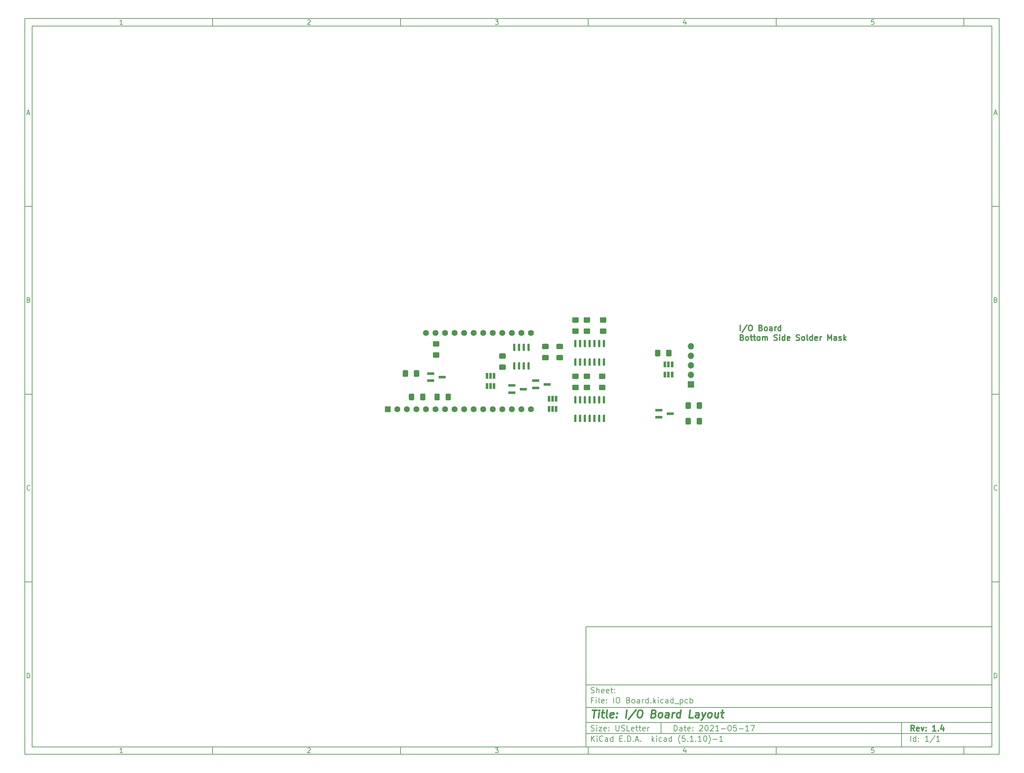
<source format=gbr>
G04 #@! TF.GenerationSoftware,KiCad,Pcbnew,(5.1.10)-1*
G04 #@! TF.CreationDate,2021-05-21T10:06:19-04:00*
G04 #@! TF.ProjectId,IO Board,494f2042-6f61-4726-942e-6b696361645f,1.4*
G04 #@! TF.SameCoordinates,Original*
G04 #@! TF.FileFunction,Soldermask,Bot*
G04 #@! TF.FilePolarity,Negative*
%FSLAX46Y46*%
G04 Gerber Fmt 4.6, Leading zero omitted, Abs format (unit mm)*
G04 Created by KiCad (PCBNEW (5.1.10)-1) date 2021-05-21 10:06:19*
%MOMM*%
%LPD*%
G01*
G04 APERTURE LIST*
%ADD10C,0.100000*%
%ADD11C,0.150000*%
%ADD12C,0.300000*%
%ADD13C,0.400000*%
%ADD14C,1.600000*%
%ADD15R,1.600000X1.600000*%
%ADD16R,1.900000X0.800000*%
%ADD17R,0.650000X1.560000*%
%ADD18R,1.700000X1.700000*%
%ADD19O,1.700000X1.700000*%
G04 APERTURE END LIST*
D10*
D11*
X159400000Y-171900000D02*
X159400000Y-203900000D01*
X267400000Y-203900000D01*
X267400000Y-171900000D01*
X159400000Y-171900000D01*
D10*
D11*
X10000000Y-10000000D02*
X10000000Y-205900000D01*
X269400000Y-205900000D01*
X269400000Y-10000000D01*
X10000000Y-10000000D01*
D10*
D11*
X12000000Y-12000000D02*
X12000000Y-203900000D01*
X267400000Y-203900000D01*
X267400000Y-12000000D01*
X12000000Y-12000000D01*
D10*
D11*
X60000000Y-12000000D02*
X60000000Y-10000000D01*
D10*
D11*
X110000000Y-12000000D02*
X110000000Y-10000000D01*
D10*
D11*
X160000000Y-12000000D02*
X160000000Y-10000000D01*
D10*
D11*
X210000000Y-12000000D02*
X210000000Y-10000000D01*
D10*
D11*
X260000000Y-12000000D02*
X260000000Y-10000000D01*
D10*
D11*
X36065476Y-11588095D02*
X35322619Y-11588095D01*
X35694047Y-11588095D02*
X35694047Y-10288095D01*
X35570238Y-10473809D01*
X35446428Y-10597619D01*
X35322619Y-10659523D01*
D10*
D11*
X85322619Y-10411904D02*
X85384523Y-10350000D01*
X85508333Y-10288095D01*
X85817857Y-10288095D01*
X85941666Y-10350000D01*
X86003571Y-10411904D01*
X86065476Y-10535714D01*
X86065476Y-10659523D01*
X86003571Y-10845238D01*
X85260714Y-11588095D01*
X86065476Y-11588095D01*
D10*
D11*
X135260714Y-10288095D02*
X136065476Y-10288095D01*
X135632142Y-10783333D01*
X135817857Y-10783333D01*
X135941666Y-10845238D01*
X136003571Y-10907142D01*
X136065476Y-11030952D01*
X136065476Y-11340476D01*
X136003571Y-11464285D01*
X135941666Y-11526190D01*
X135817857Y-11588095D01*
X135446428Y-11588095D01*
X135322619Y-11526190D01*
X135260714Y-11464285D01*
D10*
D11*
X185941666Y-10721428D02*
X185941666Y-11588095D01*
X185632142Y-10226190D02*
X185322619Y-11154761D01*
X186127380Y-11154761D01*
D10*
D11*
X236003571Y-10288095D02*
X235384523Y-10288095D01*
X235322619Y-10907142D01*
X235384523Y-10845238D01*
X235508333Y-10783333D01*
X235817857Y-10783333D01*
X235941666Y-10845238D01*
X236003571Y-10907142D01*
X236065476Y-11030952D01*
X236065476Y-11340476D01*
X236003571Y-11464285D01*
X235941666Y-11526190D01*
X235817857Y-11588095D01*
X235508333Y-11588095D01*
X235384523Y-11526190D01*
X235322619Y-11464285D01*
D10*
D11*
X60000000Y-203900000D02*
X60000000Y-205900000D01*
D10*
D11*
X110000000Y-203900000D02*
X110000000Y-205900000D01*
D10*
D11*
X160000000Y-203900000D02*
X160000000Y-205900000D01*
D10*
D11*
X210000000Y-203900000D02*
X210000000Y-205900000D01*
D10*
D11*
X260000000Y-203900000D02*
X260000000Y-205900000D01*
D10*
D11*
X36065476Y-205488095D02*
X35322619Y-205488095D01*
X35694047Y-205488095D02*
X35694047Y-204188095D01*
X35570238Y-204373809D01*
X35446428Y-204497619D01*
X35322619Y-204559523D01*
D10*
D11*
X85322619Y-204311904D02*
X85384523Y-204250000D01*
X85508333Y-204188095D01*
X85817857Y-204188095D01*
X85941666Y-204250000D01*
X86003571Y-204311904D01*
X86065476Y-204435714D01*
X86065476Y-204559523D01*
X86003571Y-204745238D01*
X85260714Y-205488095D01*
X86065476Y-205488095D01*
D10*
D11*
X135260714Y-204188095D02*
X136065476Y-204188095D01*
X135632142Y-204683333D01*
X135817857Y-204683333D01*
X135941666Y-204745238D01*
X136003571Y-204807142D01*
X136065476Y-204930952D01*
X136065476Y-205240476D01*
X136003571Y-205364285D01*
X135941666Y-205426190D01*
X135817857Y-205488095D01*
X135446428Y-205488095D01*
X135322619Y-205426190D01*
X135260714Y-205364285D01*
D10*
D11*
X185941666Y-204621428D02*
X185941666Y-205488095D01*
X185632142Y-204126190D02*
X185322619Y-205054761D01*
X186127380Y-205054761D01*
D10*
D11*
X236003571Y-204188095D02*
X235384523Y-204188095D01*
X235322619Y-204807142D01*
X235384523Y-204745238D01*
X235508333Y-204683333D01*
X235817857Y-204683333D01*
X235941666Y-204745238D01*
X236003571Y-204807142D01*
X236065476Y-204930952D01*
X236065476Y-205240476D01*
X236003571Y-205364285D01*
X235941666Y-205426190D01*
X235817857Y-205488095D01*
X235508333Y-205488095D01*
X235384523Y-205426190D01*
X235322619Y-205364285D01*
D10*
D11*
X10000000Y-60000000D02*
X12000000Y-60000000D01*
D10*
D11*
X10000000Y-110000000D02*
X12000000Y-110000000D01*
D10*
D11*
X10000000Y-160000000D02*
X12000000Y-160000000D01*
D10*
D11*
X10690476Y-35216666D02*
X11309523Y-35216666D01*
X10566666Y-35588095D02*
X11000000Y-34288095D01*
X11433333Y-35588095D01*
D10*
D11*
X11092857Y-84907142D02*
X11278571Y-84969047D01*
X11340476Y-85030952D01*
X11402380Y-85154761D01*
X11402380Y-85340476D01*
X11340476Y-85464285D01*
X11278571Y-85526190D01*
X11154761Y-85588095D01*
X10659523Y-85588095D01*
X10659523Y-84288095D01*
X11092857Y-84288095D01*
X11216666Y-84350000D01*
X11278571Y-84411904D01*
X11340476Y-84535714D01*
X11340476Y-84659523D01*
X11278571Y-84783333D01*
X11216666Y-84845238D01*
X11092857Y-84907142D01*
X10659523Y-84907142D01*
D10*
D11*
X11402380Y-135464285D02*
X11340476Y-135526190D01*
X11154761Y-135588095D01*
X11030952Y-135588095D01*
X10845238Y-135526190D01*
X10721428Y-135402380D01*
X10659523Y-135278571D01*
X10597619Y-135030952D01*
X10597619Y-134845238D01*
X10659523Y-134597619D01*
X10721428Y-134473809D01*
X10845238Y-134350000D01*
X11030952Y-134288095D01*
X11154761Y-134288095D01*
X11340476Y-134350000D01*
X11402380Y-134411904D01*
D10*
D11*
X10659523Y-185588095D02*
X10659523Y-184288095D01*
X10969047Y-184288095D01*
X11154761Y-184350000D01*
X11278571Y-184473809D01*
X11340476Y-184597619D01*
X11402380Y-184845238D01*
X11402380Y-185030952D01*
X11340476Y-185278571D01*
X11278571Y-185402380D01*
X11154761Y-185526190D01*
X10969047Y-185588095D01*
X10659523Y-185588095D01*
D10*
D11*
X269400000Y-60000000D02*
X267400000Y-60000000D01*
D10*
D11*
X269400000Y-110000000D02*
X267400000Y-110000000D01*
D10*
D11*
X269400000Y-160000000D02*
X267400000Y-160000000D01*
D10*
D11*
X268090476Y-35216666D02*
X268709523Y-35216666D01*
X267966666Y-35588095D02*
X268400000Y-34288095D01*
X268833333Y-35588095D01*
D10*
D11*
X268492857Y-84907142D02*
X268678571Y-84969047D01*
X268740476Y-85030952D01*
X268802380Y-85154761D01*
X268802380Y-85340476D01*
X268740476Y-85464285D01*
X268678571Y-85526190D01*
X268554761Y-85588095D01*
X268059523Y-85588095D01*
X268059523Y-84288095D01*
X268492857Y-84288095D01*
X268616666Y-84350000D01*
X268678571Y-84411904D01*
X268740476Y-84535714D01*
X268740476Y-84659523D01*
X268678571Y-84783333D01*
X268616666Y-84845238D01*
X268492857Y-84907142D01*
X268059523Y-84907142D01*
D10*
D11*
X268802380Y-135464285D02*
X268740476Y-135526190D01*
X268554761Y-135588095D01*
X268430952Y-135588095D01*
X268245238Y-135526190D01*
X268121428Y-135402380D01*
X268059523Y-135278571D01*
X267997619Y-135030952D01*
X267997619Y-134845238D01*
X268059523Y-134597619D01*
X268121428Y-134473809D01*
X268245238Y-134350000D01*
X268430952Y-134288095D01*
X268554761Y-134288095D01*
X268740476Y-134350000D01*
X268802380Y-134411904D01*
D10*
D11*
X268059523Y-185588095D02*
X268059523Y-184288095D01*
X268369047Y-184288095D01*
X268554761Y-184350000D01*
X268678571Y-184473809D01*
X268740476Y-184597619D01*
X268802380Y-184845238D01*
X268802380Y-185030952D01*
X268740476Y-185278571D01*
X268678571Y-185402380D01*
X268554761Y-185526190D01*
X268369047Y-185588095D01*
X268059523Y-185588095D01*
D10*
D11*
X182832142Y-199678571D02*
X182832142Y-198178571D01*
X183189285Y-198178571D01*
X183403571Y-198250000D01*
X183546428Y-198392857D01*
X183617857Y-198535714D01*
X183689285Y-198821428D01*
X183689285Y-199035714D01*
X183617857Y-199321428D01*
X183546428Y-199464285D01*
X183403571Y-199607142D01*
X183189285Y-199678571D01*
X182832142Y-199678571D01*
X184975000Y-199678571D02*
X184975000Y-198892857D01*
X184903571Y-198750000D01*
X184760714Y-198678571D01*
X184475000Y-198678571D01*
X184332142Y-198750000D01*
X184975000Y-199607142D02*
X184832142Y-199678571D01*
X184475000Y-199678571D01*
X184332142Y-199607142D01*
X184260714Y-199464285D01*
X184260714Y-199321428D01*
X184332142Y-199178571D01*
X184475000Y-199107142D01*
X184832142Y-199107142D01*
X184975000Y-199035714D01*
X185475000Y-198678571D02*
X186046428Y-198678571D01*
X185689285Y-198178571D02*
X185689285Y-199464285D01*
X185760714Y-199607142D01*
X185903571Y-199678571D01*
X186046428Y-199678571D01*
X187117857Y-199607142D02*
X186975000Y-199678571D01*
X186689285Y-199678571D01*
X186546428Y-199607142D01*
X186475000Y-199464285D01*
X186475000Y-198892857D01*
X186546428Y-198750000D01*
X186689285Y-198678571D01*
X186975000Y-198678571D01*
X187117857Y-198750000D01*
X187189285Y-198892857D01*
X187189285Y-199035714D01*
X186475000Y-199178571D01*
X187832142Y-199535714D02*
X187903571Y-199607142D01*
X187832142Y-199678571D01*
X187760714Y-199607142D01*
X187832142Y-199535714D01*
X187832142Y-199678571D01*
X187832142Y-198750000D02*
X187903571Y-198821428D01*
X187832142Y-198892857D01*
X187760714Y-198821428D01*
X187832142Y-198750000D01*
X187832142Y-198892857D01*
X189617857Y-198321428D02*
X189689285Y-198250000D01*
X189832142Y-198178571D01*
X190189285Y-198178571D01*
X190332142Y-198250000D01*
X190403571Y-198321428D01*
X190475000Y-198464285D01*
X190475000Y-198607142D01*
X190403571Y-198821428D01*
X189546428Y-199678571D01*
X190475000Y-199678571D01*
X191403571Y-198178571D02*
X191546428Y-198178571D01*
X191689285Y-198250000D01*
X191760714Y-198321428D01*
X191832142Y-198464285D01*
X191903571Y-198750000D01*
X191903571Y-199107142D01*
X191832142Y-199392857D01*
X191760714Y-199535714D01*
X191689285Y-199607142D01*
X191546428Y-199678571D01*
X191403571Y-199678571D01*
X191260714Y-199607142D01*
X191189285Y-199535714D01*
X191117857Y-199392857D01*
X191046428Y-199107142D01*
X191046428Y-198750000D01*
X191117857Y-198464285D01*
X191189285Y-198321428D01*
X191260714Y-198250000D01*
X191403571Y-198178571D01*
X192475000Y-198321428D02*
X192546428Y-198250000D01*
X192689285Y-198178571D01*
X193046428Y-198178571D01*
X193189285Y-198250000D01*
X193260714Y-198321428D01*
X193332142Y-198464285D01*
X193332142Y-198607142D01*
X193260714Y-198821428D01*
X192403571Y-199678571D01*
X193332142Y-199678571D01*
X194760714Y-199678571D02*
X193903571Y-199678571D01*
X194332142Y-199678571D02*
X194332142Y-198178571D01*
X194189285Y-198392857D01*
X194046428Y-198535714D01*
X193903571Y-198607142D01*
X195403571Y-199107142D02*
X196546428Y-199107142D01*
X197546428Y-198178571D02*
X197689285Y-198178571D01*
X197832142Y-198250000D01*
X197903571Y-198321428D01*
X197975000Y-198464285D01*
X198046428Y-198750000D01*
X198046428Y-199107142D01*
X197975000Y-199392857D01*
X197903571Y-199535714D01*
X197832142Y-199607142D01*
X197689285Y-199678571D01*
X197546428Y-199678571D01*
X197403571Y-199607142D01*
X197332142Y-199535714D01*
X197260714Y-199392857D01*
X197189285Y-199107142D01*
X197189285Y-198750000D01*
X197260714Y-198464285D01*
X197332142Y-198321428D01*
X197403571Y-198250000D01*
X197546428Y-198178571D01*
X199403571Y-198178571D02*
X198689285Y-198178571D01*
X198617857Y-198892857D01*
X198689285Y-198821428D01*
X198832142Y-198750000D01*
X199189285Y-198750000D01*
X199332142Y-198821428D01*
X199403571Y-198892857D01*
X199475000Y-199035714D01*
X199475000Y-199392857D01*
X199403571Y-199535714D01*
X199332142Y-199607142D01*
X199189285Y-199678571D01*
X198832142Y-199678571D01*
X198689285Y-199607142D01*
X198617857Y-199535714D01*
X200117857Y-199107142D02*
X201260714Y-199107142D01*
X202760714Y-199678571D02*
X201903571Y-199678571D01*
X202332142Y-199678571D02*
X202332142Y-198178571D01*
X202189285Y-198392857D01*
X202046428Y-198535714D01*
X201903571Y-198607142D01*
X203260714Y-198178571D02*
X204260714Y-198178571D01*
X203617857Y-199678571D01*
D10*
D11*
X159400000Y-200400000D02*
X267400000Y-200400000D01*
D10*
D11*
X160832142Y-202478571D02*
X160832142Y-200978571D01*
X161689285Y-202478571D02*
X161046428Y-201621428D01*
X161689285Y-200978571D02*
X160832142Y-201835714D01*
X162332142Y-202478571D02*
X162332142Y-201478571D01*
X162332142Y-200978571D02*
X162260714Y-201050000D01*
X162332142Y-201121428D01*
X162403571Y-201050000D01*
X162332142Y-200978571D01*
X162332142Y-201121428D01*
X163903571Y-202335714D02*
X163832142Y-202407142D01*
X163617857Y-202478571D01*
X163475000Y-202478571D01*
X163260714Y-202407142D01*
X163117857Y-202264285D01*
X163046428Y-202121428D01*
X162975000Y-201835714D01*
X162975000Y-201621428D01*
X163046428Y-201335714D01*
X163117857Y-201192857D01*
X163260714Y-201050000D01*
X163475000Y-200978571D01*
X163617857Y-200978571D01*
X163832142Y-201050000D01*
X163903571Y-201121428D01*
X165189285Y-202478571D02*
X165189285Y-201692857D01*
X165117857Y-201550000D01*
X164975000Y-201478571D01*
X164689285Y-201478571D01*
X164546428Y-201550000D01*
X165189285Y-202407142D02*
X165046428Y-202478571D01*
X164689285Y-202478571D01*
X164546428Y-202407142D01*
X164475000Y-202264285D01*
X164475000Y-202121428D01*
X164546428Y-201978571D01*
X164689285Y-201907142D01*
X165046428Y-201907142D01*
X165189285Y-201835714D01*
X166546428Y-202478571D02*
X166546428Y-200978571D01*
X166546428Y-202407142D02*
X166403571Y-202478571D01*
X166117857Y-202478571D01*
X165975000Y-202407142D01*
X165903571Y-202335714D01*
X165832142Y-202192857D01*
X165832142Y-201764285D01*
X165903571Y-201621428D01*
X165975000Y-201550000D01*
X166117857Y-201478571D01*
X166403571Y-201478571D01*
X166546428Y-201550000D01*
X168403571Y-201692857D02*
X168903571Y-201692857D01*
X169117857Y-202478571D02*
X168403571Y-202478571D01*
X168403571Y-200978571D01*
X169117857Y-200978571D01*
X169760714Y-202335714D02*
X169832142Y-202407142D01*
X169760714Y-202478571D01*
X169689285Y-202407142D01*
X169760714Y-202335714D01*
X169760714Y-202478571D01*
X170475000Y-202478571D02*
X170475000Y-200978571D01*
X170832142Y-200978571D01*
X171046428Y-201050000D01*
X171189285Y-201192857D01*
X171260714Y-201335714D01*
X171332142Y-201621428D01*
X171332142Y-201835714D01*
X171260714Y-202121428D01*
X171189285Y-202264285D01*
X171046428Y-202407142D01*
X170832142Y-202478571D01*
X170475000Y-202478571D01*
X171975000Y-202335714D02*
X172046428Y-202407142D01*
X171975000Y-202478571D01*
X171903571Y-202407142D01*
X171975000Y-202335714D01*
X171975000Y-202478571D01*
X172617857Y-202050000D02*
X173332142Y-202050000D01*
X172475000Y-202478571D02*
X172975000Y-200978571D01*
X173475000Y-202478571D01*
X173975000Y-202335714D02*
X174046428Y-202407142D01*
X173975000Y-202478571D01*
X173903571Y-202407142D01*
X173975000Y-202335714D01*
X173975000Y-202478571D01*
X176975000Y-202478571D02*
X176975000Y-200978571D01*
X177117857Y-201907142D02*
X177546428Y-202478571D01*
X177546428Y-201478571D02*
X176975000Y-202050000D01*
X178189285Y-202478571D02*
X178189285Y-201478571D01*
X178189285Y-200978571D02*
X178117857Y-201050000D01*
X178189285Y-201121428D01*
X178260714Y-201050000D01*
X178189285Y-200978571D01*
X178189285Y-201121428D01*
X179546428Y-202407142D02*
X179403571Y-202478571D01*
X179117857Y-202478571D01*
X178975000Y-202407142D01*
X178903571Y-202335714D01*
X178832142Y-202192857D01*
X178832142Y-201764285D01*
X178903571Y-201621428D01*
X178975000Y-201550000D01*
X179117857Y-201478571D01*
X179403571Y-201478571D01*
X179546428Y-201550000D01*
X180832142Y-202478571D02*
X180832142Y-201692857D01*
X180760714Y-201550000D01*
X180617857Y-201478571D01*
X180332142Y-201478571D01*
X180189285Y-201550000D01*
X180832142Y-202407142D02*
X180689285Y-202478571D01*
X180332142Y-202478571D01*
X180189285Y-202407142D01*
X180117857Y-202264285D01*
X180117857Y-202121428D01*
X180189285Y-201978571D01*
X180332142Y-201907142D01*
X180689285Y-201907142D01*
X180832142Y-201835714D01*
X182189285Y-202478571D02*
X182189285Y-200978571D01*
X182189285Y-202407142D02*
X182046428Y-202478571D01*
X181760714Y-202478571D01*
X181617857Y-202407142D01*
X181546428Y-202335714D01*
X181475000Y-202192857D01*
X181475000Y-201764285D01*
X181546428Y-201621428D01*
X181617857Y-201550000D01*
X181760714Y-201478571D01*
X182046428Y-201478571D01*
X182189285Y-201550000D01*
X184475000Y-203050000D02*
X184403571Y-202978571D01*
X184260714Y-202764285D01*
X184189285Y-202621428D01*
X184117857Y-202407142D01*
X184046428Y-202050000D01*
X184046428Y-201764285D01*
X184117857Y-201407142D01*
X184189285Y-201192857D01*
X184260714Y-201050000D01*
X184403571Y-200835714D01*
X184475000Y-200764285D01*
X185760714Y-200978571D02*
X185046428Y-200978571D01*
X184975000Y-201692857D01*
X185046428Y-201621428D01*
X185189285Y-201550000D01*
X185546428Y-201550000D01*
X185689285Y-201621428D01*
X185760714Y-201692857D01*
X185832142Y-201835714D01*
X185832142Y-202192857D01*
X185760714Y-202335714D01*
X185689285Y-202407142D01*
X185546428Y-202478571D01*
X185189285Y-202478571D01*
X185046428Y-202407142D01*
X184975000Y-202335714D01*
X186475000Y-202335714D02*
X186546428Y-202407142D01*
X186475000Y-202478571D01*
X186403571Y-202407142D01*
X186475000Y-202335714D01*
X186475000Y-202478571D01*
X187975000Y-202478571D02*
X187117857Y-202478571D01*
X187546428Y-202478571D02*
X187546428Y-200978571D01*
X187403571Y-201192857D01*
X187260714Y-201335714D01*
X187117857Y-201407142D01*
X188617857Y-202335714D02*
X188689285Y-202407142D01*
X188617857Y-202478571D01*
X188546428Y-202407142D01*
X188617857Y-202335714D01*
X188617857Y-202478571D01*
X190117857Y-202478571D02*
X189260714Y-202478571D01*
X189689285Y-202478571D02*
X189689285Y-200978571D01*
X189546428Y-201192857D01*
X189403571Y-201335714D01*
X189260714Y-201407142D01*
X191046428Y-200978571D02*
X191189285Y-200978571D01*
X191332142Y-201050000D01*
X191403571Y-201121428D01*
X191475000Y-201264285D01*
X191546428Y-201550000D01*
X191546428Y-201907142D01*
X191475000Y-202192857D01*
X191403571Y-202335714D01*
X191332142Y-202407142D01*
X191189285Y-202478571D01*
X191046428Y-202478571D01*
X190903571Y-202407142D01*
X190832142Y-202335714D01*
X190760714Y-202192857D01*
X190689285Y-201907142D01*
X190689285Y-201550000D01*
X190760714Y-201264285D01*
X190832142Y-201121428D01*
X190903571Y-201050000D01*
X191046428Y-200978571D01*
X192046428Y-203050000D02*
X192117857Y-202978571D01*
X192260714Y-202764285D01*
X192332142Y-202621428D01*
X192403571Y-202407142D01*
X192475000Y-202050000D01*
X192475000Y-201764285D01*
X192403571Y-201407142D01*
X192332142Y-201192857D01*
X192260714Y-201050000D01*
X192117857Y-200835714D01*
X192046428Y-200764285D01*
X193189285Y-201907142D02*
X194332142Y-201907142D01*
X195832142Y-202478571D02*
X194975000Y-202478571D01*
X195403571Y-202478571D02*
X195403571Y-200978571D01*
X195260714Y-201192857D01*
X195117857Y-201335714D01*
X194975000Y-201407142D01*
D10*
D11*
X159400000Y-197400000D02*
X267400000Y-197400000D01*
D10*
D12*
X246809285Y-199678571D02*
X246309285Y-198964285D01*
X245952142Y-199678571D02*
X245952142Y-198178571D01*
X246523571Y-198178571D01*
X246666428Y-198250000D01*
X246737857Y-198321428D01*
X246809285Y-198464285D01*
X246809285Y-198678571D01*
X246737857Y-198821428D01*
X246666428Y-198892857D01*
X246523571Y-198964285D01*
X245952142Y-198964285D01*
X248023571Y-199607142D02*
X247880714Y-199678571D01*
X247595000Y-199678571D01*
X247452142Y-199607142D01*
X247380714Y-199464285D01*
X247380714Y-198892857D01*
X247452142Y-198750000D01*
X247595000Y-198678571D01*
X247880714Y-198678571D01*
X248023571Y-198750000D01*
X248095000Y-198892857D01*
X248095000Y-199035714D01*
X247380714Y-199178571D01*
X248595000Y-198678571D02*
X248952142Y-199678571D01*
X249309285Y-198678571D01*
X249880714Y-199535714D02*
X249952142Y-199607142D01*
X249880714Y-199678571D01*
X249809285Y-199607142D01*
X249880714Y-199535714D01*
X249880714Y-199678571D01*
X249880714Y-198750000D02*
X249952142Y-198821428D01*
X249880714Y-198892857D01*
X249809285Y-198821428D01*
X249880714Y-198750000D01*
X249880714Y-198892857D01*
X252523571Y-199678571D02*
X251666428Y-199678571D01*
X252095000Y-199678571D02*
X252095000Y-198178571D01*
X251952142Y-198392857D01*
X251809285Y-198535714D01*
X251666428Y-198607142D01*
X253166428Y-199535714D02*
X253237857Y-199607142D01*
X253166428Y-199678571D01*
X253095000Y-199607142D01*
X253166428Y-199535714D01*
X253166428Y-199678571D01*
X254523571Y-198678571D02*
X254523571Y-199678571D01*
X254166428Y-198107142D02*
X253809285Y-199178571D01*
X254737857Y-199178571D01*
D10*
D11*
X160760714Y-199607142D02*
X160975000Y-199678571D01*
X161332142Y-199678571D01*
X161475000Y-199607142D01*
X161546428Y-199535714D01*
X161617857Y-199392857D01*
X161617857Y-199250000D01*
X161546428Y-199107142D01*
X161475000Y-199035714D01*
X161332142Y-198964285D01*
X161046428Y-198892857D01*
X160903571Y-198821428D01*
X160832142Y-198750000D01*
X160760714Y-198607142D01*
X160760714Y-198464285D01*
X160832142Y-198321428D01*
X160903571Y-198250000D01*
X161046428Y-198178571D01*
X161403571Y-198178571D01*
X161617857Y-198250000D01*
X162260714Y-199678571D02*
X162260714Y-198678571D01*
X162260714Y-198178571D02*
X162189285Y-198250000D01*
X162260714Y-198321428D01*
X162332142Y-198250000D01*
X162260714Y-198178571D01*
X162260714Y-198321428D01*
X162832142Y-198678571D02*
X163617857Y-198678571D01*
X162832142Y-199678571D01*
X163617857Y-199678571D01*
X164760714Y-199607142D02*
X164617857Y-199678571D01*
X164332142Y-199678571D01*
X164189285Y-199607142D01*
X164117857Y-199464285D01*
X164117857Y-198892857D01*
X164189285Y-198750000D01*
X164332142Y-198678571D01*
X164617857Y-198678571D01*
X164760714Y-198750000D01*
X164832142Y-198892857D01*
X164832142Y-199035714D01*
X164117857Y-199178571D01*
X165475000Y-199535714D02*
X165546428Y-199607142D01*
X165475000Y-199678571D01*
X165403571Y-199607142D01*
X165475000Y-199535714D01*
X165475000Y-199678571D01*
X165475000Y-198750000D02*
X165546428Y-198821428D01*
X165475000Y-198892857D01*
X165403571Y-198821428D01*
X165475000Y-198750000D01*
X165475000Y-198892857D01*
X167332142Y-198178571D02*
X167332142Y-199392857D01*
X167403571Y-199535714D01*
X167475000Y-199607142D01*
X167617857Y-199678571D01*
X167903571Y-199678571D01*
X168046428Y-199607142D01*
X168117857Y-199535714D01*
X168189285Y-199392857D01*
X168189285Y-198178571D01*
X168832142Y-199607142D02*
X169046428Y-199678571D01*
X169403571Y-199678571D01*
X169546428Y-199607142D01*
X169617857Y-199535714D01*
X169689285Y-199392857D01*
X169689285Y-199250000D01*
X169617857Y-199107142D01*
X169546428Y-199035714D01*
X169403571Y-198964285D01*
X169117857Y-198892857D01*
X168975000Y-198821428D01*
X168903571Y-198750000D01*
X168832142Y-198607142D01*
X168832142Y-198464285D01*
X168903571Y-198321428D01*
X168975000Y-198250000D01*
X169117857Y-198178571D01*
X169475000Y-198178571D01*
X169689285Y-198250000D01*
X171046428Y-199678571D02*
X170332142Y-199678571D01*
X170332142Y-198178571D01*
X172117857Y-199607142D02*
X171975000Y-199678571D01*
X171689285Y-199678571D01*
X171546428Y-199607142D01*
X171475000Y-199464285D01*
X171475000Y-198892857D01*
X171546428Y-198750000D01*
X171689285Y-198678571D01*
X171975000Y-198678571D01*
X172117857Y-198750000D01*
X172189285Y-198892857D01*
X172189285Y-199035714D01*
X171475000Y-199178571D01*
X172617857Y-198678571D02*
X173189285Y-198678571D01*
X172832142Y-198178571D02*
X172832142Y-199464285D01*
X172903571Y-199607142D01*
X173046428Y-199678571D01*
X173189285Y-199678571D01*
X173475000Y-198678571D02*
X174046428Y-198678571D01*
X173689285Y-198178571D02*
X173689285Y-199464285D01*
X173760714Y-199607142D01*
X173903571Y-199678571D01*
X174046428Y-199678571D01*
X175117857Y-199607142D02*
X174975000Y-199678571D01*
X174689285Y-199678571D01*
X174546428Y-199607142D01*
X174475000Y-199464285D01*
X174475000Y-198892857D01*
X174546428Y-198750000D01*
X174689285Y-198678571D01*
X174975000Y-198678571D01*
X175117857Y-198750000D01*
X175189285Y-198892857D01*
X175189285Y-199035714D01*
X174475000Y-199178571D01*
X175832142Y-199678571D02*
X175832142Y-198678571D01*
X175832142Y-198964285D02*
X175903571Y-198821428D01*
X175975000Y-198750000D01*
X176117857Y-198678571D01*
X176260714Y-198678571D01*
D10*
D11*
X245832142Y-202478571D02*
X245832142Y-200978571D01*
X247189285Y-202478571D02*
X247189285Y-200978571D01*
X247189285Y-202407142D02*
X247046428Y-202478571D01*
X246760714Y-202478571D01*
X246617857Y-202407142D01*
X246546428Y-202335714D01*
X246475000Y-202192857D01*
X246475000Y-201764285D01*
X246546428Y-201621428D01*
X246617857Y-201550000D01*
X246760714Y-201478571D01*
X247046428Y-201478571D01*
X247189285Y-201550000D01*
X247903571Y-202335714D02*
X247975000Y-202407142D01*
X247903571Y-202478571D01*
X247832142Y-202407142D01*
X247903571Y-202335714D01*
X247903571Y-202478571D01*
X247903571Y-201550000D02*
X247975000Y-201621428D01*
X247903571Y-201692857D01*
X247832142Y-201621428D01*
X247903571Y-201550000D01*
X247903571Y-201692857D01*
X250546428Y-202478571D02*
X249689285Y-202478571D01*
X250117857Y-202478571D02*
X250117857Y-200978571D01*
X249975000Y-201192857D01*
X249832142Y-201335714D01*
X249689285Y-201407142D01*
X252260714Y-200907142D02*
X250975000Y-202835714D01*
X253546428Y-202478571D02*
X252689285Y-202478571D01*
X253117857Y-202478571D02*
X253117857Y-200978571D01*
X252975000Y-201192857D01*
X252832142Y-201335714D01*
X252689285Y-201407142D01*
D10*
D11*
X159400000Y-193400000D02*
X267400000Y-193400000D01*
D10*
D13*
X161112380Y-194104761D02*
X162255238Y-194104761D01*
X161433809Y-196104761D02*
X161683809Y-194104761D01*
X162671904Y-196104761D02*
X162838571Y-194771428D01*
X162921904Y-194104761D02*
X162814761Y-194200000D01*
X162898095Y-194295238D01*
X163005238Y-194200000D01*
X162921904Y-194104761D01*
X162898095Y-194295238D01*
X163505238Y-194771428D02*
X164267142Y-194771428D01*
X163874285Y-194104761D02*
X163660000Y-195819047D01*
X163731428Y-196009523D01*
X163910000Y-196104761D01*
X164100476Y-196104761D01*
X165052857Y-196104761D02*
X164874285Y-196009523D01*
X164802857Y-195819047D01*
X165017142Y-194104761D01*
X166588571Y-196009523D02*
X166386190Y-196104761D01*
X166005238Y-196104761D01*
X165826666Y-196009523D01*
X165755238Y-195819047D01*
X165850476Y-195057142D01*
X165969523Y-194866666D01*
X166171904Y-194771428D01*
X166552857Y-194771428D01*
X166731428Y-194866666D01*
X166802857Y-195057142D01*
X166779047Y-195247619D01*
X165802857Y-195438095D01*
X167552857Y-195914285D02*
X167636190Y-196009523D01*
X167529047Y-196104761D01*
X167445714Y-196009523D01*
X167552857Y-195914285D01*
X167529047Y-196104761D01*
X167683809Y-194866666D02*
X167767142Y-194961904D01*
X167660000Y-195057142D01*
X167576666Y-194961904D01*
X167683809Y-194866666D01*
X167660000Y-195057142D01*
X170005238Y-196104761D02*
X170255238Y-194104761D01*
X172648095Y-194009523D02*
X170612380Y-196580952D01*
X173683809Y-194104761D02*
X174064761Y-194104761D01*
X174243333Y-194200000D01*
X174410000Y-194390476D01*
X174457619Y-194771428D01*
X174374285Y-195438095D01*
X174231428Y-195819047D01*
X174017142Y-196009523D01*
X173814761Y-196104761D01*
X173433809Y-196104761D01*
X173255238Y-196009523D01*
X173088571Y-195819047D01*
X173040952Y-195438095D01*
X173124285Y-194771428D01*
X173267142Y-194390476D01*
X173481428Y-194200000D01*
X173683809Y-194104761D01*
X177469523Y-195057142D02*
X177743333Y-195152380D01*
X177826666Y-195247619D01*
X177898095Y-195438095D01*
X177862380Y-195723809D01*
X177743333Y-195914285D01*
X177636190Y-196009523D01*
X177433809Y-196104761D01*
X176671904Y-196104761D01*
X176921904Y-194104761D01*
X177588571Y-194104761D01*
X177767142Y-194200000D01*
X177850476Y-194295238D01*
X177921904Y-194485714D01*
X177898095Y-194676190D01*
X177779047Y-194866666D01*
X177671904Y-194961904D01*
X177469523Y-195057142D01*
X176802857Y-195057142D01*
X178957619Y-196104761D02*
X178779047Y-196009523D01*
X178695714Y-195914285D01*
X178624285Y-195723809D01*
X178695714Y-195152380D01*
X178814761Y-194961904D01*
X178921904Y-194866666D01*
X179124285Y-194771428D01*
X179410000Y-194771428D01*
X179588571Y-194866666D01*
X179671904Y-194961904D01*
X179743333Y-195152380D01*
X179671904Y-195723809D01*
X179552857Y-195914285D01*
X179445714Y-196009523D01*
X179243333Y-196104761D01*
X178957619Y-196104761D01*
X181338571Y-196104761D02*
X181469523Y-195057142D01*
X181398095Y-194866666D01*
X181219523Y-194771428D01*
X180838571Y-194771428D01*
X180636190Y-194866666D01*
X181350476Y-196009523D02*
X181148095Y-196104761D01*
X180671904Y-196104761D01*
X180493333Y-196009523D01*
X180421904Y-195819047D01*
X180445714Y-195628571D01*
X180564761Y-195438095D01*
X180767142Y-195342857D01*
X181243333Y-195342857D01*
X181445714Y-195247619D01*
X182290952Y-196104761D02*
X182457619Y-194771428D01*
X182410000Y-195152380D02*
X182529047Y-194961904D01*
X182636190Y-194866666D01*
X182838571Y-194771428D01*
X183029047Y-194771428D01*
X184386190Y-196104761D02*
X184636190Y-194104761D01*
X184398095Y-196009523D02*
X184195714Y-196104761D01*
X183814761Y-196104761D01*
X183636190Y-196009523D01*
X183552857Y-195914285D01*
X183481428Y-195723809D01*
X183552857Y-195152380D01*
X183671904Y-194961904D01*
X183779047Y-194866666D01*
X183981428Y-194771428D01*
X184362380Y-194771428D01*
X184540952Y-194866666D01*
X187814761Y-196104761D02*
X186862380Y-196104761D01*
X187112380Y-194104761D01*
X189338571Y-196104761D02*
X189469523Y-195057142D01*
X189398095Y-194866666D01*
X189219523Y-194771428D01*
X188838571Y-194771428D01*
X188636190Y-194866666D01*
X189350476Y-196009523D02*
X189148095Y-196104761D01*
X188671904Y-196104761D01*
X188493333Y-196009523D01*
X188421904Y-195819047D01*
X188445714Y-195628571D01*
X188564761Y-195438095D01*
X188767142Y-195342857D01*
X189243333Y-195342857D01*
X189445714Y-195247619D01*
X190267142Y-194771428D02*
X190576666Y-196104761D01*
X191219523Y-194771428D02*
X190576666Y-196104761D01*
X190326666Y-196580952D01*
X190219523Y-196676190D01*
X190017142Y-196771428D01*
X192100476Y-196104761D02*
X191921904Y-196009523D01*
X191838571Y-195914285D01*
X191767142Y-195723809D01*
X191838571Y-195152380D01*
X191957619Y-194961904D01*
X192064761Y-194866666D01*
X192267142Y-194771428D01*
X192552857Y-194771428D01*
X192731428Y-194866666D01*
X192814761Y-194961904D01*
X192886190Y-195152380D01*
X192814761Y-195723809D01*
X192695714Y-195914285D01*
X192588571Y-196009523D01*
X192386190Y-196104761D01*
X192100476Y-196104761D01*
X194648095Y-194771428D02*
X194481428Y-196104761D01*
X193790952Y-194771428D02*
X193660000Y-195819047D01*
X193731428Y-196009523D01*
X193910000Y-196104761D01*
X194195714Y-196104761D01*
X194398095Y-196009523D01*
X194505238Y-195914285D01*
X195314761Y-194771428D02*
X196076666Y-194771428D01*
X195683809Y-194104761D02*
X195469523Y-195819047D01*
X195540952Y-196009523D01*
X195719523Y-196104761D01*
X195910000Y-196104761D01*
D10*
D11*
X161332142Y-191492857D02*
X160832142Y-191492857D01*
X160832142Y-192278571D02*
X160832142Y-190778571D01*
X161546428Y-190778571D01*
X162117857Y-192278571D02*
X162117857Y-191278571D01*
X162117857Y-190778571D02*
X162046428Y-190850000D01*
X162117857Y-190921428D01*
X162189285Y-190850000D01*
X162117857Y-190778571D01*
X162117857Y-190921428D01*
X163046428Y-192278571D02*
X162903571Y-192207142D01*
X162832142Y-192064285D01*
X162832142Y-190778571D01*
X164189285Y-192207142D02*
X164046428Y-192278571D01*
X163760714Y-192278571D01*
X163617857Y-192207142D01*
X163546428Y-192064285D01*
X163546428Y-191492857D01*
X163617857Y-191350000D01*
X163760714Y-191278571D01*
X164046428Y-191278571D01*
X164189285Y-191350000D01*
X164260714Y-191492857D01*
X164260714Y-191635714D01*
X163546428Y-191778571D01*
X164903571Y-192135714D02*
X164975000Y-192207142D01*
X164903571Y-192278571D01*
X164832142Y-192207142D01*
X164903571Y-192135714D01*
X164903571Y-192278571D01*
X164903571Y-191350000D02*
X164975000Y-191421428D01*
X164903571Y-191492857D01*
X164832142Y-191421428D01*
X164903571Y-191350000D01*
X164903571Y-191492857D01*
X166760714Y-192278571D02*
X166760714Y-190778571D01*
X167760714Y-190778571D02*
X168046428Y-190778571D01*
X168189285Y-190850000D01*
X168332142Y-190992857D01*
X168403571Y-191278571D01*
X168403571Y-191778571D01*
X168332142Y-192064285D01*
X168189285Y-192207142D01*
X168046428Y-192278571D01*
X167760714Y-192278571D01*
X167617857Y-192207142D01*
X167475000Y-192064285D01*
X167403571Y-191778571D01*
X167403571Y-191278571D01*
X167475000Y-190992857D01*
X167617857Y-190850000D01*
X167760714Y-190778571D01*
X170689285Y-191492857D02*
X170903571Y-191564285D01*
X170975000Y-191635714D01*
X171046428Y-191778571D01*
X171046428Y-191992857D01*
X170975000Y-192135714D01*
X170903571Y-192207142D01*
X170760714Y-192278571D01*
X170189285Y-192278571D01*
X170189285Y-190778571D01*
X170689285Y-190778571D01*
X170832142Y-190850000D01*
X170903571Y-190921428D01*
X170975000Y-191064285D01*
X170975000Y-191207142D01*
X170903571Y-191350000D01*
X170832142Y-191421428D01*
X170689285Y-191492857D01*
X170189285Y-191492857D01*
X171903571Y-192278571D02*
X171760714Y-192207142D01*
X171689285Y-192135714D01*
X171617857Y-191992857D01*
X171617857Y-191564285D01*
X171689285Y-191421428D01*
X171760714Y-191350000D01*
X171903571Y-191278571D01*
X172117857Y-191278571D01*
X172260714Y-191350000D01*
X172332142Y-191421428D01*
X172403571Y-191564285D01*
X172403571Y-191992857D01*
X172332142Y-192135714D01*
X172260714Y-192207142D01*
X172117857Y-192278571D01*
X171903571Y-192278571D01*
X173689285Y-192278571D02*
X173689285Y-191492857D01*
X173617857Y-191350000D01*
X173475000Y-191278571D01*
X173189285Y-191278571D01*
X173046428Y-191350000D01*
X173689285Y-192207142D02*
X173546428Y-192278571D01*
X173189285Y-192278571D01*
X173046428Y-192207142D01*
X172975000Y-192064285D01*
X172975000Y-191921428D01*
X173046428Y-191778571D01*
X173189285Y-191707142D01*
X173546428Y-191707142D01*
X173689285Y-191635714D01*
X174403571Y-192278571D02*
X174403571Y-191278571D01*
X174403571Y-191564285D02*
X174475000Y-191421428D01*
X174546428Y-191350000D01*
X174689285Y-191278571D01*
X174832142Y-191278571D01*
X175975000Y-192278571D02*
X175975000Y-190778571D01*
X175975000Y-192207142D02*
X175832142Y-192278571D01*
X175546428Y-192278571D01*
X175403571Y-192207142D01*
X175332142Y-192135714D01*
X175260714Y-191992857D01*
X175260714Y-191564285D01*
X175332142Y-191421428D01*
X175403571Y-191350000D01*
X175546428Y-191278571D01*
X175832142Y-191278571D01*
X175975000Y-191350000D01*
X176689285Y-192135714D02*
X176760714Y-192207142D01*
X176689285Y-192278571D01*
X176617857Y-192207142D01*
X176689285Y-192135714D01*
X176689285Y-192278571D01*
X177403571Y-192278571D02*
X177403571Y-190778571D01*
X177546428Y-191707142D02*
X177975000Y-192278571D01*
X177975000Y-191278571D02*
X177403571Y-191850000D01*
X178617857Y-192278571D02*
X178617857Y-191278571D01*
X178617857Y-190778571D02*
X178546428Y-190850000D01*
X178617857Y-190921428D01*
X178689285Y-190850000D01*
X178617857Y-190778571D01*
X178617857Y-190921428D01*
X179975000Y-192207142D02*
X179832142Y-192278571D01*
X179546428Y-192278571D01*
X179403571Y-192207142D01*
X179332142Y-192135714D01*
X179260714Y-191992857D01*
X179260714Y-191564285D01*
X179332142Y-191421428D01*
X179403571Y-191350000D01*
X179546428Y-191278571D01*
X179832142Y-191278571D01*
X179975000Y-191350000D01*
X181260714Y-192278571D02*
X181260714Y-191492857D01*
X181189285Y-191350000D01*
X181046428Y-191278571D01*
X180760714Y-191278571D01*
X180617857Y-191350000D01*
X181260714Y-192207142D02*
X181117857Y-192278571D01*
X180760714Y-192278571D01*
X180617857Y-192207142D01*
X180546428Y-192064285D01*
X180546428Y-191921428D01*
X180617857Y-191778571D01*
X180760714Y-191707142D01*
X181117857Y-191707142D01*
X181260714Y-191635714D01*
X182617857Y-192278571D02*
X182617857Y-190778571D01*
X182617857Y-192207142D02*
X182475000Y-192278571D01*
X182189285Y-192278571D01*
X182046428Y-192207142D01*
X181975000Y-192135714D01*
X181903571Y-191992857D01*
X181903571Y-191564285D01*
X181975000Y-191421428D01*
X182046428Y-191350000D01*
X182189285Y-191278571D01*
X182475000Y-191278571D01*
X182617857Y-191350000D01*
X182975000Y-192421428D02*
X184117857Y-192421428D01*
X184475000Y-191278571D02*
X184475000Y-192778571D01*
X184475000Y-191350000D02*
X184617857Y-191278571D01*
X184903571Y-191278571D01*
X185046428Y-191350000D01*
X185117857Y-191421428D01*
X185189285Y-191564285D01*
X185189285Y-191992857D01*
X185117857Y-192135714D01*
X185046428Y-192207142D01*
X184903571Y-192278571D01*
X184617857Y-192278571D01*
X184475000Y-192207142D01*
X186475000Y-192207142D02*
X186332142Y-192278571D01*
X186046428Y-192278571D01*
X185903571Y-192207142D01*
X185832142Y-192135714D01*
X185760714Y-191992857D01*
X185760714Y-191564285D01*
X185832142Y-191421428D01*
X185903571Y-191350000D01*
X186046428Y-191278571D01*
X186332142Y-191278571D01*
X186475000Y-191350000D01*
X187117857Y-192278571D02*
X187117857Y-190778571D01*
X187117857Y-191350000D02*
X187260714Y-191278571D01*
X187546428Y-191278571D01*
X187689285Y-191350000D01*
X187760714Y-191421428D01*
X187832142Y-191564285D01*
X187832142Y-191992857D01*
X187760714Y-192135714D01*
X187689285Y-192207142D01*
X187546428Y-192278571D01*
X187260714Y-192278571D01*
X187117857Y-192207142D01*
D10*
D11*
X159400000Y-187400000D02*
X267400000Y-187400000D01*
D10*
D11*
X160760714Y-189507142D02*
X160975000Y-189578571D01*
X161332142Y-189578571D01*
X161475000Y-189507142D01*
X161546428Y-189435714D01*
X161617857Y-189292857D01*
X161617857Y-189150000D01*
X161546428Y-189007142D01*
X161475000Y-188935714D01*
X161332142Y-188864285D01*
X161046428Y-188792857D01*
X160903571Y-188721428D01*
X160832142Y-188650000D01*
X160760714Y-188507142D01*
X160760714Y-188364285D01*
X160832142Y-188221428D01*
X160903571Y-188150000D01*
X161046428Y-188078571D01*
X161403571Y-188078571D01*
X161617857Y-188150000D01*
X162260714Y-189578571D02*
X162260714Y-188078571D01*
X162903571Y-189578571D02*
X162903571Y-188792857D01*
X162832142Y-188650000D01*
X162689285Y-188578571D01*
X162475000Y-188578571D01*
X162332142Y-188650000D01*
X162260714Y-188721428D01*
X164189285Y-189507142D02*
X164046428Y-189578571D01*
X163760714Y-189578571D01*
X163617857Y-189507142D01*
X163546428Y-189364285D01*
X163546428Y-188792857D01*
X163617857Y-188650000D01*
X163760714Y-188578571D01*
X164046428Y-188578571D01*
X164189285Y-188650000D01*
X164260714Y-188792857D01*
X164260714Y-188935714D01*
X163546428Y-189078571D01*
X165475000Y-189507142D02*
X165332142Y-189578571D01*
X165046428Y-189578571D01*
X164903571Y-189507142D01*
X164832142Y-189364285D01*
X164832142Y-188792857D01*
X164903571Y-188650000D01*
X165046428Y-188578571D01*
X165332142Y-188578571D01*
X165475000Y-188650000D01*
X165546428Y-188792857D01*
X165546428Y-188935714D01*
X164832142Y-189078571D01*
X165975000Y-188578571D02*
X166546428Y-188578571D01*
X166189285Y-188078571D02*
X166189285Y-189364285D01*
X166260714Y-189507142D01*
X166403571Y-189578571D01*
X166546428Y-189578571D01*
X167046428Y-189435714D02*
X167117857Y-189507142D01*
X167046428Y-189578571D01*
X166975000Y-189507142D01*
X167046428Y-189435714D01*
X167046428Y-189578571D01*
X167046428Y-188650000D02*
X167117857Y-188721428D01*
X167046428Y-188792857D01*
X166975000Y-188721428D01*
X167046428Y-188650000D01*
X167046428Y-188792857D01*
D10*
D11*
X179400000Y-197400000D02*
X179400000Y-200400000D01*
D10*
D11*
X243400000Y-197400000D02*
X243400000Y-203900000D01*
D12*
X200450142Y-93129571D02*
X200450142Y-91629571D01*
X202235857Y-91558142D02*
X200950142Y-93486714D01*
X203021571Y-91629571D02*
X203307285Y-91629571D01*
X203450142Y-91701000D01*
X203593000Y-91843857D01*
X203664428Y-92129571D01*
X203664428Y-92629571D01*
X203593000Y-92915285D01*
X203450142Y-93058142D01*
X203307285Y-93129571D01*
X203021571Y-93129571D01*
X202878714Y-93058142D01*
X202735857Y-92915285D01*
X202664428Y-92629571D01*
X202664428Y-92129571D01*
X202735857Y-91843857D01*
X202878714Y-91701000D01*
X203021571Y-91629571D01*
X205950142Y-92343857D02*
X206164428Y-92415285D01*
X206235857Y-92486714D01*
X206307285Y-92629571D01*
X206307285Y-92843857D01*
X206235857Y-92986714D01*
X206164428Y-93058142D01*
X206021571Y-93129571D01*
X205450142Y-93129571D01*
X205450142Y-91629571D01*
X205950142Y-91629571D01*
X206093000Y-91701000D01*
X206164428Y-91772428D01*
X206235857Y-91915285D01*
X206235857Y-92058142D01*
X206164428Y-92201000D01*
X206093000Y-92272428D01*
X205950142Y-92343857D01*
X205450142Y-92343857D01*
X207164428Y-93129571D02*
X207021571Y-93058142D01*
X206950142Y-92986714D01*
X206878714Y-92843857D01*
X206878714Y-92415285D01*
X206950142Y-92272428D01*
X207021571Y-92201000D01*
X207164428Y-92129571D01*
X207378714Y-92129571D01*
X207521571Y-92201000D01*
X207593000Y-92272428D01*
X207664428Y-92415285D01*
X207664428Y-92843857D01*
X207593000Y-92986714D01*
X207521571Y-93058142D01*
X207378714Y-93129571D01*
X207164428Y-93129571D01*
X208950142Y-93129571D02*
X208950142Y-92343857D01*
X208878714Y-92201000D01*
X208735857Y-92129571D01*
X208450142Y-92129571D01*
X208307285Y-92201000D01*
X208950142Y-93058142D02*
X208807285Y-93129571D01*
X208450142Y-93129571D01*
X208307285Y-93058142D01*
X208235857Y-92915285D01*
X208235857Y-92772428D01*
X208307285Y-92629571D01*
X208450142Y-92558142D01*
X208807285Y-92558142D01*
X208950142Y-92486714D01*
X209664428Y-93129571D02*
X209664428Y-92129571D01*
X209664428Y-92415285D02*
X209735857Y-92272428D01*
X209807285Y-92201000D01*
X209950142Y-92129571D01*
X210093000Y-92129571D01*
X211235857Y-93129571D02*
X211235857Y-91629571D01*
X211235857Y-93058142D02*
X211093000Y-93129571D01*
X210807285Y-93129571D01*
X210664428Y-93058142D01*
X210593000Y-92986714D01*
X210521571Y-92843857D01*
X210521571Y-92415285D01*
X210593000Y-92272428D01*
X210664428Y-92201000D01*
X210807285Y-92129571D01*
X211093000Y-92129571D01*
X211235857Y-92201000D01*
X200950142Y-94893857D02*
X201164428Y-94965285D01*
X201235857Y-95036714D01*
X201307285Y-95179571D01*
X201307285Y-95393857D01*
X201235857Y-95536714D01*
X201164428Y-95608142D01*
X201021571Y-95679571D01*
X200450142Y-95679571D01*
X200450142Y-94179571D01*
X200950142Y-94179571D01*
X201093000Y-94251000D01*
X201164428Y-94322428D01*
X201235857Y-94465285D01*
X201235857Y-94608142D01*
X201164428Y-94751000D01*
X201093000Y-94822428D01*
X200950142Y-94893857D01*
X200450142Y-94893857D01*
X202164428Y-95679571D02*
X202021571Y-95608142D01*
X201950142Y-95536714D01*
X201878714Y-95393857D01*
X201878714Y-94965285D01*
X201950142Y-94822428D01*
X202021571Y-94751000D01*
X202164428Y-94679571D01*
X202378714Y-94679571D01*
X202521571Y-94751000D01*
X202593000Y-94822428D01*
X202664428Y-94965285D01*
X202664428Y-95393857D01*
X202593000Y-95536714D01*
X202521571Y-95608142D01*
X202378714Y-95679571D01*
X202164428Y-95679571D01*
X203093000Y-94679571D02*
X203664428Y-94679571D01*
X203307285Y-94179571D02*
X203307285Y-95465285D01*
X203378714Y-95608142D01*
X203521571Y-95679571D01*
X203664428Y-95679571D01*
X203950142Y-94679571D02*
X204521571Y-94679571D01*
X204164428Y-94179571D02*
X204164428Y-95465285D01*
X204235857Y-95608142D01*
X204378714Y-95679571D01*
X204521571Y-95679571D01*
X205235857Y-95679571D02*
X205093000Y-95608142D01*
X205021571Y-95536714D01*
X204950142Y-95393857D01*
X204950142Y-94965285D01*
X205021571Y-94822428D01*
X205093000Y-94751000D01*
X205235857Y-94679571D01*
X205450142Y-94679571D01*
X205593000Y-94751000D01*
X205664428Y-94822428D01*
X205735857Y-94965285D01*
X205735857Y-95393857D01*
X205664428Y-95536714D01*
X205593000Y-95608142D01*
X205450142Y-95679571D01*
X205235857Y-95679571D01*
X206378714Y-95679571D02*
X206378714Y-94679571D01*
X206378714Y-94822428D02*
X206450142Y-94751000D01*
X206593000Y-94679571D01*
X206807285Y-94679571D01*
X206950142Y-94751000D01*
X207021571Y-94893857D01*
X207021571Y-95679571D01*
X207021571Y-94893857D02*
X207093000Y-94751000D01*
X207235857Y-94679571D01*
X207450142Y-94679571D01*
X207593000Y-94751000D01*
X207664428Y-94893857D01*
X207664428Y-95679571D01*
X209450142Y-95608142D02*
X209664428Y-95679571D01*
X210021571Y-95679571D01*
X210164428Y-95608142D01*
X210235857Y-95536714D01*
X210307285Y-95393857D01*
X210307285Y-95251000D01*
X210235857Y-95108142D01*
X210164428Y-95036714D01*
X210021571Y-94965285D01*
X209735857Y-94893857D01*
X209593000Y-94822428D01*
X209521571Y-94751000D01*
X209450142Y-94608142D01*
X209450142Y-94465285D01*
X209521571Y-94322428D01*
X209593000Y-94251000D01*
X209735857Y-94179571D01*
X210093000Y-94179571D01*
X210307285Y-94251000D01*
X210950142Y-95679571D02*
X210950142Y-94679571D01*
X210950142Y-94179571D02*
X210878714Y-94251000D01*
X210950142Y-94322428D01*
X211021571Y-94251000D01*
X210950142Y-94179571D01*
X210950142Y-94322428D01*
X212307285Y-95679571D02*
X212307285Y-94179571D01*
X212307285Y-95608142D02*
X212164428Y-95679571D01*
X211878714Y-95679571D01*
X211735857Y-95608142D01*
X211664428Y-95536714D01*
X211593000Y-95393857D01*
X211593000Y-94965285D01*
X211664428Y-94822428D01*
X211735857Y-94751000D01*
X211878714Y-94679571D01*
X212164428Y-94679571D01*
X212307285Y-94751000D01*
X213593000Y-95608142D02*
X213450142Y-95679571D01*
X213164428Y-95679571D01*
X213021571Y-95608142D01*
X212950142Y-95465285D01*
X212950142Y-94893857D01*
X213021571Y-94751000D01*
X213164428Y-94679571D01*
X213450142Y-94679571D01*
X213593000Y-94751000D01*
X213664428Y-94893857D01*
X213664428Y-95036714D01*
X212950142Y-95179571D01*
X215378714Y-95608142D02*
X215593000Y-95679571D01*
X215950142Y-95679571D01*
X216093000Y-95608142D01*
X216164428Y-95536714D01*
X216235857Y-95393857D01*
X216235857Y-95251000D01*
X216164428Y-95108142D01*
X216093000Y-95036714D01*
X215950142Y-94965285D01*
X215664428Y-94893857D01*
X215521571Y-94822428D01*
X215450142Y-94751000D01*
X215378714Y-94608142D01*
X215378714Y-94465285D01*
X215450142Y-94322428D01*
X215521571Y-94251000D01*
X215664428Y-94179571D01*
X216021571Y-94179571D01*
X216235857Y-94251000D01*
X217093000Y-95679571D02*
X216950142Y-95608142D01*
X216878714Y-95536714D01*
X216807285Y-95393857D01*
X216807285Y-94965285D01*
X216878714Y-94822428D01*
X216950142Y-94751000D01*
X217093000Y-94679571D01*
X217307285Y-94679571D01*
X217450142Y-94751000D01*
X217521571Y-94822428D01*
X217593000Y-94965285D01*
X217593000Y-95393857D01*
X217521571Y-95536714D01*
X217450142Y-95608142D01*
X217307285Y-95679571D01*
X217093000Y-95679571D01*
X218450142Y-95679571D02*
X218307285Y-95608142D01*
X218235857Y-95465285D01*
X218235857Y-94179571D01*
X219664428Y-95679571D02*
X219664428Y-94179571D01*
X219664428Y-95608142D02*
X219521571Y-95679571D01*
X219235857Y-95679571D01*
X219093000Y-95608142D01*
X219021571Y-95536714D01*
X218950142Y-95393857D01*
X218950142Y-94965285D01*
X219021571Y-94822428D01*
X219093000Y-94751000D01*
X219235857Y-94679571D01*
X219521571Y-94679571D01*
X219664428Y-94751000D01*
X220950142Y-95608142D02*
X220807285Y-95679571D01*
X220521571Y-95679571D01*
X220378714Y-95608142D01*
X220307285Y-95465285D01*
X220307285Y-94893857D01*
X220378714Y-94751000D01*
X220521571Y-94679571D01*
X220807285Y-94679571D01*
X220950142Y-94751000D01*
X221021571Y-94893857D01*
X221021571Y-95036714D01*
X220307285Y-95179571D01*
X221664428Y-95679571D02*
X221664428Y-94679571D01*
X221664428Y-94965285D02*
X221735857Y-94822428D01*
X221807285Y-94751000D01*
X221950142Y-94679571D01*
X222093000Y-94679571D01*
X223735857Y-95679571D02*
X223735857Y-94179571D01*
X224235857Y-95251000D01*
X224735857Y-94179571D01*
X224735857Y-95679571D01*
X226093000Y-95679571D02*
X226093000Y-94893857D01*
X226021571Y-94751000D01*
X225878714Y-94679571D01*
X225593000Y-94679571D01*
X225450142Y-94751000D01*
X226093000Y-95608142D02*
X225950142Y-95679571D01*
X225593000Y-95679571D01*
X225450142Y-95608142D01*
X225378714Y-95465285D01*
X225378714Y-95322428D01*
X225450142Y-95179571D01*
X225593000Y-95108142D01*
X225950142Y-95108142D01*
X226093000Y-95036714D01*
X226735857Y-95608142D02*
X226878714Y-95679571D01*
X227164428Y-95679571D01*
X227307285Y-95608142D01*
X227378714Y-95465285D01*
X227378714Y-95393857D01*
X227307285Y-95251000D01*
X227164428Y-95179571D01*
X226950142Y-95179571D01*
X226807285Y-95108142D01*
X226735857Y-94965285D01*
X226735857Y-94893857D01*
X226807285Y-94751000D01*
X226950142Y-94679571D01*
X227164428Y-94679571D01*
X227307285Y-94751000D01*
X228021571Y-95679571D02*
X228021571Y-94179571D01*
X228164428Y-95108142D02*
X228593000Y-95679571D01*
X228593000Y-94679571D02*
X228021571Y-95251000D01*
D14*
X144780000Y-114046000D03*
X142240000Y-114046000D03*
X139700000Y-114046000D03*
X137160000Y-114046000D03*
X134620000Y-114046000D03*
X132080000Y-114046000D03*
X129540000Y-114046000D03*
X127000000Y-114046000D03*
X124460000Y-114046000D03*
X121920000Y-114046000D03*
X119380000Y-114046000D03*
X116840000Y-114046000D03*
X114300000Y-114046000D03*
X111760000Y-114046000D03*
X109220000Y-114046000D03*
D15*
X106680000Y-114046000D03*
D14*
X116840000Y-93726000D03*
X119380000Y-93726000D03*
X121920000Y-93726000D03*
X124460000Y-93726000D03*
X127000000Y-93726000D03*
X129540000Y-93726000D03*
X132080000Y-93726000D03*
X134620000Y-93726000D03*
X137160000Y-93726000D03*
X139700000Y-93726000D03*
X142240000Y-93726000D03*
X144780000Y-93726000D03*
D16*
X146050000Y-108326000D03*
X146050000Y-106426000D03*
X149050000Y-107376000D03*
X142700000Y-108646000D03*
X139700000Y-107696000D03*
X139700000Y-109596000D03*
G36*
G01*
X159014000Y-104516500D02*
X160264000Y-104516500D01*
G75*
G02*
X160514000Y-104766500I0J-250000D01*
G01*
X160514000Y-105691500D01*
G75*
G02*
X160264000Y-105941500I-250000J0D01*
G01*
X159014000Y-105941500D01*
G75*
G02*
X158764000Y-105691500I0J250000D01*
G01*
X158764000Y-104766500D01*
G75*
G02*
X159014000Y-104516500I250000J0D01*
G01*
G37*
G36*
G01*
X159014000Y-107491500D02*
X160264000Y-107491500D01*
G75*
G02*
X160514000Y-107741500I0J-250000D01*
G01*
X160514000Y-108666500D01*
G75*
G02*
X160264000Y-108916500I-250000J0D01*
G01*
X159014000Y-108916500D01*
G75*
G02*
X158764000Y-108666500I0J250000D01*
G01*
X158764000Y-107741500D01*
G75*
G02*
X159014000Y-107491500I250000J0D01*
G01*
G37*
G36*
G01*
X163078000Y-107491500D02*
X164328000Y-107491500D01*
G75*
G02*
X164578000Y-107741500I0J-250000D01*
G01*
X164578000Y-108666500D01*
G75*
G02*
X164328000Y-108916500I-250000J0D01*
G01*
X163078000Y-108916500D01*
G75*
G02*
X162828000Y-108666500I0J250000D01*
G01*
X162828000Y-107741500D01*
G75*
G02*
X163078000Y-107491500I250000J0D01*
G01*
G37*
G36*
G01*
X163078000Y-104516500D02*
X164328000Y-104516500D01*
G75*
G02*
X164578000Y-104766500I0J-250000D01*
G01*
X164578000Y-105691500D01*
G75*
G02*
X164328000Y-105941500I-250000J0D01*
G01*
X163078000Y-105941500D01*
G75*
G02*
X162828000Y-105691500I0J250000D01*
G01*
X162828000Y-104766500D01*
G75*
G02*
X163078000Y-104516500I250000J0D01*
G01*
G37*
G36*
G01*
X155966000Y-92505500D02*
X157216000Y-92505500D01*
G75*
G02*
X157466000Y-92755500I0J-250000D01*
G01*
X157466000Y-93680500D01*
G75*
G02*
X157216000Y-93930500I-250000J0D01*
G01*
X155966000Y-93930500D01*
G75*
G02*
X155716000Y-93680500I0J250000D01*
G01*
X155716000Y-92755500D01*
G75*
G02*
X155966000Y-92505500I250000J0D01*
G01*
G37*
G36*
G01*
X155966000Y-89530500D02*
X157216000Y-89530500D01*
G75*
G02*
X157466000Y-89780500I0J-250000D01*
G01*
X157466000Y-90705500D01*
G75*
G02*
X157216000Y-90955500I-250000J0D01*
G01*
X155966000Y-90955500D01*
G75*
G02*
X155716000Y-90705500I0J250000D01*
G01*
X155716000Y-89780500D01*
G75*
G02*
X155966000Y-89530500I250000J0D01*
G01*
G37*
G36*
G01*
X159014000Y-92505500D02*
X160264000Y-92505500D01*
G75*
G02*
X160514000Y-92755500I0J-250000D01*
G01*
X160514000Y-93680500D01*
G75*
G02*
X160264000Y-93930500I-250000J0D01*
G01*
X159014000Y-93930500D01*
G75*
G02*
X158764000Y-93680500I0J250000D01*
G01*
X158764000Y-92755500D01*
G75*
G02*
X159014000Y-92505500I250000J0D01*
G01*
G37*
G36*
G01*
X159014000Y-89530500D02*
X160264000Y-89530500D01*
G75*
G02*
X160514000Y-89780500I0J-250000D01*
G01*
X160514000Y-90705500D01*
G75*
G02*
X160264000Y-90955500I-250000J0D01*
G01*
X159014000Y-90955500D01*
G75*
G02*
X158764000Y-90705500I0J250000D01*
G01*
X158764000Y-89780500D01*
G75*
G02*
X159014000Y-89530500I250000J0D01*
G01*
G37*
G36*
G01*
X163332000Y-92505500D02*
X164582000Y-92505500D01*
G75*
G02*
X164832000Y-92755500I0J-250000D01*
G01*
X164832000Y-93680500D01*
G75*
G02*
X164582000Y-93930500I-250000J0D01*
G01*
X163332000Y-93930500D01*
G75*
G02*
X163082000Y-93680500I0J250000D01*
G01*
X163082000Y-92755500D01*
G75*
G02*
X163332000Y-92505500I250000J0D01*
G01*
G37*
G36*
G01*
X163332000Y-89530500D02*
X164582000Y-89530500D01*
G75*
G02*
X164832000Y-89780500I0J-250000D01*
G01*
X164832000Y-90705500D01*
G75*
G02*
X164582000Y-90955500I-250000J0D01*
G01*
X163332000Y-90955500D01*
G75*
G02*
X163082000Y-90705500I0J250000D01*
G01*
X163082000Y-89780500D01*
G75*
G02*
X163332000Y-89530500I250000J0D01*
G01*
G37*
G36*
G01*
X149215000Y-98031000D02*
X147965000Y-98031000D01*
G75*
G02*
X147715000Y-97781000I0J250000D01*
G01*
X147715000Y-96856000D01*
G75*
G02*
X147965000Y-96606000I250000J0D01*
G01*
X149215000Y-96606000D01*
G75*
G02*
X149465000Y-96856000I0J-250000D01*
G01*
X149465000Y-97781000D01*
G75*
G02*
X149215000Y-98031000I-250000J0D01*
G01*
G37*
G36*
G01*
X149215000Y-101006000D02*
X147965000Y-101006000D01*
G75*
G02*
X147715000Y-100756000I0J250000D01*
G01*
X147715000Y-99831000D01*
G75*
G02*
X147965000Y-99581000I250000J0D01*
G01*
X149215000Y-99581000D01*
G75*
G02*
X149465000Y-99831000I0J-250000D01*
G01*
X149465000Y-100756000D01*
G75*
G02*
X149215000Y-101006000I-250000J0D01*
G01*
G37*
X118110000Y-106421000D03*
X118110000Y-104521000D03*
X121110000Y-105471000D03*
D17*
X180406000Y-102108000D03*
X181356000Y-102108000D03*
X182306000Y-102108000D03*
X182306000Y-104808000D03*
X180406000Y-104808000D03*
X181356000Y-104808000D03*
X133035000Y-105156000D03*
X133985000Y-105156000D03*
X134935000Y-105156000D03*
X134935000Y-107856000D03*
X133035000Y-107856000D03*
X133985000Y-107856000D03*
G36*
G01*
X113587500Y-105146000D02*
X113587500Y-103896000D01*
G75*
G02*
X113837500Y-103646000I250000J0D01*
G01*
X114762500Y-103646000D01*
G75*
G02*
X115012500Y-103896000I0J-250000D01*
G01*
X115012500Y-105146000D01*
G75*
G02*
X114762500Y-105396000I-250000J0D01*
G01*
X113837500Y-105396000D01*
G75*
G02*
X113587500Y-105146000I0J250000D01*
G01*
G37*
G36*
G01*
X110612500Y-105146000D02*
X110612500Y-103896000D01*
G75*
G02*
X110862500Y-103646000I250000J0D01*
G01*
X111787500Y-103646000D01*
G75*
G02*
X112037500Y-103896000I0J-250000D01*
G01*
X112037500Y-105146000D01*
G75*
G02*
X111787500Y-105396000I-250000J0D01*
G01*
X110862500Y-105396000D01*
G75*
G02*
X110612500Y-105146000I0J250000D01*
G01*
G37*
G36*
G01*
X137785000Y-103546000D02*
X136535000Y-103546000D01*
G75*
G02*
X136285000Y-103296000I0J250000D01*
G01*
X136285000Y-102371000D01*
G75*
G02*
X136535000Y-102121000I250000J0D01*
G01*
X137785000Y-102121000D01*
G75*
G02*
X138035000Y-102371000I0J-250000D01*
G01*
X138035000Y-103296000D01*
G75*
G02*
X137785000Y-103546000I-250000J0D01*
G01*
G37*
G36*
G01*
X137785000Y-100571000D02*
X136535000Y-100571000D01*
G75*
G02*
X136285000Y-100321000I0J250000D01*
G01*
X136285000Y-99396000D01*
G75*
G02*
X136535000Y-99146000I250000J0D01*
G01*
X137785000Y-99146000D01*
G75*
G02*
X138035000Y-99396000I0J-250000D01*
G01*
X138035000Y-100321000D01*
G75*
G02*
X137785000Y-100571000I-250000J0D01*
G01*
G37*
G36*
G01*
X118882000Y-95880500D02*
X120132000Y-95880500D01*
G75*
G02*
X120382000Y-96130500I0J-250000D01*
G01*
X120382000Y-97055500D01*
G75*
G02*
X120132000Y-97305500I-250000J0D01*
G01*
X118882000Y-97305500D01*
G75*
G02*
X118632000Y-97055500I0J250000D01*
G01*
X118632000Y-96130500D01*
G75*
G02*
X118882000Y-95880500I250000J0D01*
G01*
G37*
G36*
G01*
X118882000Y-98855500D02*
X120132000Y-98855500D01*
G75*
G02*
X120382000Y-99105500I0J-250000D01*
G01*
X120382000Y-100030500D01*
G75*
G02*
X120132000Y-100280500I-250000J0D01*
G01*
X118882000Y-100280500D01*
G75*
G02*
X118632000Y-100030500I0J250000D01*
G01*
X118632000Y-99105500D01*
G75*
G02*
X118882000Y-98855500I250000J0D01*
G01*
G37*
G36*
G01*
X177759000Y-99685000D02*
X177759000Y-98435000D01*
G75*
G02*
X178009000Y-98185000I250000J0D01*
G01*
X178934000Y-98185000D01*
G75*
G02*
X179184000Y-98435000I0J-250000D01*
G01*
X179184000Y-99685000D01*
G75*
G02*
X178934000Y-99935000I-250000J0D01*
G01*
X178009000Y-99935000D01*
G75*
G02*
X177759000Y-99685000I0J250000D01*
G01*
G37*
G36*
G01*
X180734000Y-99685000D02*
X180734000Y-98435000D01*
G75*
G02*
X180984000Y-98185000I250000J0D01*
G01*
X181909000Y-98185000D01*
G75*
G02*
X182159000Y-98435000I0J-250000D01*
G01*
X182159000Y-99685000D01*
G75*
G02*
X181909000Y-99935000I-250000J0D01*
G01*
X180984000Y-99935000D01*
G75*
G02*
X180734000Y-99685000I0J250000D01*
G01*
G37*
G36*
G01*
X122023500Y-111369000D02*
X122023500Y-110119000D01*
G75*
G02*
X122273500Y-109869000I250000J0D01*
G01*
X123198500Y-109869000D01*
G75*
G02*
X123448500Y-110119000I0J-250000D01*
G01*
X123448500Y-111369000D01*
G75*
G02*
X123198500Y-111619000I-250000J0D01*
G01*
X122273500Y-111619000D01*
G75*
G02*
X122023500Y-111369000I0J250000D01*
G01*
G37*
G36*
G01*
X119048500Y-111369000D02*
X119048500Y-110119000D01*
G75*
G02*
X119298500Y-109869000I250000J0D01*
G01*
X120223500Y-109869000D01*
G75*
G02*
X120473500Y-110119000I0J-250000D01*
G01*
X120473500Y-111369000D01*
G75*
G02*
X120223500Y-111619000I-250000J0D01*
G01*
X119298500Y-111619000D01*
G75*
G02*
X119048500Y-111369000I0J250000D01*
G01*
G37*
D18*
X187325000Y-107442000D03*
D19*
X187325000Y-104902000D03*
X187325000Y-102362000D03*
X187325000Y-99822000D03*
X187325000Y-97282000D03*
G36*
G01*
X155966000Y-104516500D02*
X157216000Y-104516500D01*
G75*
G02*
X157466000Y-104766500I0J-250000D01*
G01*
X157466000Y-105691500D01*
G75*
G02*
X157216000Y-105941500I-250000J0D01*
G01*
X155966000Y-105941500D01*
G75*
G02*
X155716000Y-105691500I0J250000D01*
G01*
X155716000Y-104766500D01*
G75*
G02*
X155966000Y-104516500I250000J0D01*
G01*
G37*
G36*
G01*
X155966000Y-107491500D02*
X157216000Y-107491500D01*
G75*
G02*
X157466000Y-107741500I0J-250000D01*
G01*
X157466000Y-108666500D01*
G75*
G02*
X157216000Y-108916500I-250000J0D01*
G01*
X155966000Y-108916500D01*
G75*
G02*
X155716000Y-108666500I0J250000D01*
G01*
X155716000Y-107741500D01*
G75*
G02*
X155966000Y-107491500I250000J0D01*
G01*
G37*
G36*
G01*
X153025000Y-98031000D02*
X151775000Y-98031000D01*
G75*
G02*
X151525000Y-97781000I0J250000D01*
G01*
X151525000Y-96856000D01*
G75*
G02*
X151775000Y-96606000I250000J0D01*
G01*
X153025000Y-96606000D01*
G75*
G02*
X153275000Y-96856000I0J-250000D01*
G01*
X153275000Y-97781000D01*
G75*
G02*
X153025000Y-98031000I-250000J0D01*
G01*
G37*
G36*
G01*
X153025000Y-101006000D02*
X151775000Y-101006000D01*
G75*
G02*
X151525000Y-100756000I0J250000D01*
G01*
X151525000Y-99831000D01*
G75*
G02*
X151775000Y-99581000I250000J0D01*
G01*
X153025000Y-99581000D01*
G75*
G02*
X153275000Y-99831000I0J-250000D01*
G01*
X153275000Y-100756000D01*
G75*
G02*
X153025000Y-101006000I-250000J0D01*
G01*
G37*
G36*
G01*
X113688500Y-110119000D02*
X113688500Y-111369000D01*
G75*
G02*
X113438500Y-111619000I-250000J0D01*
G01*
X112513500Y-111619000D01*
G75*
G02*
X112263500Y-111369000I0J250000D01*
G01*
X112263500Y-110119000D01*
G75*
G02*
X112513500Y-109869000I250000J0D01*
G01*
X113438500Y-109869000D01*
G75*
G02*
X113688500Y-110119000I0J-250000D01*
G01*
G37*
G36*
G01*
X116663500Y-110119000D02*
X116663500Y-111369000D01*
G75*
G02*
X116413500Y-111619000I-250000J0D01*
G01*
X115488500Y-111619000D01*
G75*
G02*
X115238500Y-111369000I0J250000D01*
G01*
X115238500Y-110119000D01*
G75*
G02*
X115488500Y-109869000I250000J0D01*
G01*
X116413500Y-109869000D01*
G75*
G02*
X116663500Y-110119000I0J-250000D01*
G01*
G37*
G36*
G01*
X156441000Y-110531000D02*
X156741000Y-110531000D01*
G75*
G02*
X156891000Y-110681000I0J-150000D01*
G01*
X156891000Y-112331000D01*
G75*
G02*
X156741000Y-112481000I-150000J0D01*
G01*
X156441000Y-112481000D01*
G75*
G02*
X156291000Y-112331000I0J150000D01*
G01*
X156291000Y-110681000D01*
G75*
G02*
X156441000Y-110531000I150000J0D01*
G01*
G37*
G36*
G01*
X157711000Y-110531000D02*
X158011000Y-110531000D01*
G75*
G02*
X158161000Y-110681000I0J-150000D01*
G01*
X158161000Y-112331000D01*
G75*
G02*
X158011000Y-112481000I-150000J0D01*
G01*
X157711000Y-112481000D01*
G75*
G02*
X157561000Y-112331000I0J150000D01*
G01*
X157561000Y-110681000D01*
G75*
G02*
X157711000Y-110531000I150000J0D01*
G01*
G37*
G36*
G01*
X158981000Y-110531000D02*
X159281000Y-110531000D01*
G75*
G02*
X159431000Y-110681000I0J-150000D01*
G01*
X159431000Y-112331000D01*
G75*
G02*
X159281000Y-112481000I-150000J0D01*
G01*
X158981000Y-112481000D01*
G75*
G02*
X158831000Y-112331000I0J150000D01*
G01*
X158831000Y-110681000D01*
G75*
G02*
X158981000Y-110531000I150000J0D01*
G01*
G37*
G36*
G01*
X160251000Y-110531000D02*
X160551000Y-110531000D01*
G75*
G02*
X160701000Y-110681000I0J-150000D01*
G01*
X160701000Y-112331000D01*
G75*
G02*
X160551000Y-112481000I-150000J0D01*
G01*
X160251000Y-112481000D01*
G75*
G02*
X160101000Y-112331000I0J150000D01*
G01*
X160101000Y-110681000D01*
G75*
G02*
X160251000Y-110531000I150000J0D01*
G01*
G37*
G36*
G01*
X161521000Y-110531000D02*
X161821000Y-110531000D01*
G75*
G02*
X161971000Y-110681000I0J-150000D01*
G01*
X161971000Y-112331000D01*
G75*
G02*
X161821000Y-112481000I-150000J0D01*
G01*
X161521000Y-112481000D01*
G75*
G02*
X161371000Y-112331000I0J150000D01*
G01*
X161371000Y-110681000D01*
G75*
G02*
X161521000Y-110531000I150000J0D01*
G01*
G37*
G36*
G01*
X162791000Y-110531000D02*
X163091000Y-110531000D01*
G75*
G02*
X163241000Y-110681000I0J-150000D01*
G01*
X163241000Y-112331000D01*
G75*
G02*
X163091000Y-112481000I-150000J0D01*
G01*
X162791000Y-112481000D01*
G75*
G02*
X162641000Y-112331000I0J150000D01*
G01*
X162641000Y-110681000D01*
G75*
G02*
X162791000Y-110531000I150000J0D01*
G01*
G37*
G36*
G01*
X164061000Y-110531000D02*
X164361000Y-110531000D01*
G75*
G02*
X164511000Y-110681000I0J-150000D01*
G01*
X164511000Y-112331000D01*
G75*
G02*
X164361000Y-112481000I-150000J0D01*
G01*
X164061000Y-112481000D01*
G75*
G02*
X163911000Y-112331000I0J150000D01*
G01*
X163911000Y-110681000D01*
G75*
G02*
X164061000Y-110531000I150000J0D01*
G01*
G37*
G36*
G01*
X164061000Y-115481000D02*
X164361000Y-115481000D01*
G75*
G02*
X164511000Y-115631000I0J-150000D01*
G01*
X164511000Y-117281000D01*
G75*
G02*
X164361000Y-117431000I-150000J0D01*
G01*
X164061000Y-117431000D01*
G75*
G02*
X163911000Y-117281000I0J150000D01*
G01*
X163911000Y-115631000D01*
G75*
G02*
X164061000Y-115481000I150000J0D01*
G01*
G37*
G36*
G01*
X162791000Y-115481000D02*
X163091000Y-115481000D01*
G75*
G02*
X163241000Y-115631000I0J-150000D01*
G01*
X163241000Y-117281000D01*
G75*
G02*
X163091000Y-117431000I-150000J0D01*
G01*
X162791000Y-117431000D01*
G75*
G02*
X162641000Y-117281000I0J150000D01*
G01*
X162641000Y-115631000D01*
G75*
G02*
X162791000Y-115481000I150000J0D01*
G01*
G37*
G36*
G01*
X161521000Y-115481000D02*
X161821000Y-115481000D01*
G75*
G02*
X161971000Y-115631000I0J-150000D01*
G01*
X161971000Y-117281000D01*
G75*
G02*
X161821000Y-117431000I-150000J0D01*
G01*
X161521000Y-117431000D01*
G75*
G02*
X161371000Y-117281000I0J150000D01*
G01*
X161371000Y-115631000D01*
G75*
G02*
X161521000Y-115481000I150000J0D01*
G01*
G37*
G36*
G01*
X160251000Y-115481000D02*
X160551000Y-115481000D01*
G75*
G02*
X160701000Y-115631000I0J-150000D01*
G01*
X160701000Y-117281000D01*
G75*
G02*
X160551000Y-117431000I-150000J0D01*
G01*
X160251000Y-117431000D01*
G75*
G02*
X160101000Y-117281000I0J150000D01*
G01*
X160101000Y-115631000D01*
G75*
G02*
X160251000Y-115481000I150000J0D01*
G01*
G37*
G36*
G01*
X158981000Y-115481000D02*
X159281000Y-115481000D01*
G75*
G02*
X159431000Y-115631000I0J-150000D01*
G01*
X159431000Y-117281000D01*
G75*
G02*
X159281000Y-117431000I-150000J0D01*
G01*
X158981000Y-117431000D01*
G75*
G02*
X158831000Y-117281000I0J150000D01*
G01*
X158831000Y-115631000D01*
G75*
G02*
X158981000Y-115481000I150000J0D01*
G01*
G37*
G36*
G01*
X157711000Y-115481000D02*
X158011000Y-115481000D01*
G75*
G02*
X158161000Y-115631000I0J-150000D01*
G01*
X158161000Y-117281000D01*
G75*
G02*
X158011000Y-117431000I-150000J0D01*
G01*
X157711000Y-117431000D01*
G75*
G02*
X157561000Y-117281000I0J150000D01*
G01*
X157561000Y-115631000D01*
G75*
G02*
X157711000Y-115481000I150000J0D01*
G01*
G37*
G36*
G01*
X156441000Y-115481000D02*
X156741000Y-115481000D01*
G75*
G02*
X156891000Y-115631000I0J-150000D01*
G01*
X156891000Y-117281000D01*
G75*
G02*
X156741000Y-117431000I-150000J0D01*
G01*
X156441000Y-117431000D01*
G75*
G02*
X156291000Y-117281000I0J150000D01*
G01*
X156291000Y-115631000D01*
G75*
G02*
X156441000Y-115481000I150000J0D01*
G01*
G37*
G36*
G01*
X156441000Y-100495000D02*
X156741000Y-100495000D01*
G75*
G02*
X156891000Y-100645000I0J-150000D01*
G01*
X156891000Y-102295000D01*
G75*
G02*
X156741000Y-102445000I-150000J0D01*
G01*
X156441000Y-102445000D01*
G75*
G02*
X156291000Y-102295000I0J150000D01*
G01*
X156291000Y-100645000D01*
G75*
G02*
X156441000Y-100495000I150000J0D01*
G01*
G37*
G36*
G01*
X157711000Y-100495000D02*
X158011000Y-100495000D01*
G75*
G02*
X158161000Y-100645000I0J-150000D01*
G01*
X158161000Y-102295000D01*
G75*
G02*
X158011000Y-102445000I-150000J0D01*
G01*
X157711000Y-102445000D01*
G75*
G02*
X157561000Y-102295000I0J150000D01*
G01*
X157561000Y-100645000D01*
G75*
G02*
X157711000Y-100495000I150000J0D01*
G01*
G37*
G36*
G01*
X158981000Y-100495000D02*
X159281000Y-100495000D01*
G75*
G02*
X159431000Y-100645000I0J-150000D01*
G01*
X159431000Y-102295000D01*
G75*
G02*
X159281000Y-102445000I-150000J0D01*
G01*
X158981000Y-102445000D01*
G75*
G02*
X158831000Y-102295000I0J150000D01*
G01*
X158831000Y-100645000D01*
G75*
G02*
X158981000Y-100495000I150000J0D01*
G01*
G37*
G36*
G01*
X160251000Y-100495000D02*
X160551000Y-100495000D01*
G75*
G02*
X160701000Y-100645000I0J-150000D01*
G01*
X160701000Y-102295000D01*
G75*
G02*
X160551000Y-102445000I-150000J0D01*
G01*
X160251000Y-102445000D01*
G75*
G02*
X160101000Y-102295000I0J150000D01*
G01*
X160101000Y-100645000D01*
G75*
G02*
X160251000Y-100495000I150000J0D01*
G01*
G37*
G36*
G01*
X161521000Y-100495000D02*
X161821000Y-100495000D01*
G75*
G02*
X161971000Y-100645000I0J-150000D01*
G01*
X161971000Y-102295000D01*
G75*
G02*
X161821000Y-102445000I-150000J0D01*
G01*
X161521000Y-102445000D01*
G75*
G02*
X161371000Y-102295000I0J150000D01*
G01*
X161371000Y-100645000D01*
G75*
G02*
X161521000Y-100495000I150000J0D01*
G01*
G37*
G36*
G01*
X162791000Y-100495000D02*
X163091000Y-100495000D01*
G75*
G02*
X163241000Y-100645000I0J-150000D01*
G01*
X163241000Y-102295000D01*
G75*
G02*
X163091000Y-102445000I-150000J0D01*
G01*
X162791000Y-102445000D01*
G75*
G02*
X162641000Y-102295000I0J150000D01*
G01*
X162641000Y-100645000D01*
G75*
G02*
X162791000Y-100495000I150000J0D01*
G01*
G37*
G36*
G01*
X164061000Y-100495000D02*
X164361000Y-100495000D01*
G75*
G02*
X164511000Y-100645000I0J-150000D01*
G01*
X164511000Y-102295000D01*
G75*
G02*
X164361000Y-102445000I-150000J0D01*
G01*
X164061000Y-102445000D01*
G75*
G02*
X163911000Y-102295000I0J150000D01*
G01*
X163911000Y-100645000D01*
G75*
G02*
X164061000Y-100495000I150000J0D01*
G01*
G37*
G36*
G01*
X164061000Y-95545000D02*
X164361000Y-95545000D01*
G75*
G02*
X164511000Y-95695000I0J-150000D01*
G01*
X164511000Y-97345000D01*
G75*
G02*
X164361000Y-97495000I-150000J0D01*
G01*
X164061000Y-97495000D01*
G75*
G02*
X163911000Y-97345000I0J150000D01*
G01*
X163911000Y-95695000D01*
G75*
G02*
X164061000Y-95545000I150000J0D01*
G01*
G37*
G36*
G01*
X162791000Y-95545000D02*
X163091000Y-95545000D01*
G75*
G02*
X163241000Y-95695000I0J-150000D01*
G01*
X163241000Y-97345000D01*
G75*
G02*
X163091000Y-97495000I-150000J0D01*
G01*
X162791000Y-97495000D01*
G75*
G02*
X162641000Y-97345000I0J150000D01*
G01*
X162641000Y-95695000D01*
G75*
G02*
X162791000Y-95545000I150000J0D01*
G01*
G37*
G36*
G01*
X161521000Y-95545000D02*
X161821000Y-95545000D01*
G75*
G02*
X161971000Y-95695000I0J-150000D01*
G01*
X161971000Y-97345000D01*
G75*
G02*
X161821000Y-97495000I-150000J0D01*
G01*
X161521000Y-97495000D01*
G75*
G02*
X161371000Y-97345000I0J150000D01*
G01*
X161371000Y-95695000D01*
G75*
G02*
X161521000Y-95545000I150000J0D01*
G01*
G37*
G36*
G01*
X160251000Y-95545000D02*
X160551000Y-95545000D01*
G75*
G02*
X160701000Y-95695000I0J-150000D01*
G01*
X160701000Y-97345000D01*
G75*
G02*
X160551000Y-97495000I-150000J0D01*
G01*
X160251000Y-97495000D01*
G75*
G02*
X160101000Y-97345000I0J150000D01*
G01*
X160101000Y-95695000D01*
G75*
G02*
X160251000Y-95545000I150000J0D01*
G01*
G37*
G36*
G01*
X158981000Y-95545000D02*
X159281000Y-95545000D01*
G75*
G02*
X159431000Y-95695000I0J-150000D01*
G01*
X159431000Y-97345000D01*
G75*
G02*
X159281000Y-97495000I-150000J0D01*
G01*
X158981000Y-97495000D01*
G75*
G02*
X158831000Y-97345000I0J150000D01*
G01*
X158831000Y-95695000D01*
G75*
G02*
X158981000Y-95545000I150000J0D01*
G01*
G37*
G36*
G01*
X157711000Y-95545000D02*
X158011000Y-95545000D01*
G75*
G02*
X158161000Y-95695000I0J-150000D01*
G01*
X158161000Y-97345000D01*
G75*
G02*
X158011000Y-97495000I-150000J0D01*
G01*
X157711000Y-97495000D01*
G75*
G02*
X157561000Y-97345000I0J150000D01*
G01*
X157561000Y-95695000D01*
G75*
G02*
X157711000Y-95545000I150000J0D01*
G01*
G37*
G36*
G01*
X156441000Y-95545000D02*
X156741000Y-95545000D01*
G75*
G02*
X156891000Y-95695000I0J-150000D01*
G01*
X156891000Y-97345000D01*
G75*
G02*
X156741000Y-97495000I-150000J0D01*
G01*
X156441000Y-97495000D01*
G75*
G02*
X156291000Y-97345000I0J150000D01*
G01*
X156291000Y-95695000D01*
G75*
G02*
X156441000Y-95545000I150000J0D01*
G01*
G37*
G36*
G01*
X140185000Y-96561000D02*
X140485000Y-96561000D01*
G75*
G02*
X140635000Y-96711000I0J-150000D01*
G01*
X140635000Y-98361000D01*
G75*
G02*
X140485000Y-98511000I-150000J0D01*
G01*
X140185000Y-98511000D01*
G75*
G02*
X140035000Y-98361000I0J150000D01*
G01*
X140035000Y-96711000D01*
G75*
G02*
X140185000Y-96561000I150000J0D01*
G01*
G37*
G36*
G01*
X141455000Y-96561000D02*
X141755000Y-96561000D01*
G75*
G02*
X141905000Y-96711000I0J-150000D01*
G01*
X141905000Y-98361000D01*
G75*
G02*
X141755000Y-98511000I-150000J0D01*
G01*
X141455000Y-98511000D01*
G75*
G02*
X141305000Y-98361000I0J150000D01*
G01*
X141305000Y-96711000D01*
G75*
G02*
X141455000Y-96561000I150000J0D01*
G01*
G37*
G36*
G01*
X142725000Y-96561000D02*
X143025000Y-96561000D01*
G75*
G02*
X143175000Y-96711000I0J-150000D01*
G01*
X143175000Y-98361000D01*
G75*
G02*
X143025000Y-98511000I-150000J0D01*
G01*
X142725000Y-98511000D01*
G75*
G02*
X142575000Y-98361000I0J150000D01*
G01*
X142575000Y-96711000D01*
G75*
G02*
X142725000Y-96561000I150000J0D01*
G01*
G37*
G36*
G01*
X143995000Y-96561000D02*
X144295000Y-96561000D01*
G75*
G02*
X144445000Y-96711000I0J-150000D01*
G01*
X144445000Y-98361000D01*
G75*
G02*
X144295000Y-98511000I-150000J0D01*
G01*
X143995000Y-98511000D01*
G75*
G02*
X143845000Y-98361000I0J150000D01*
G01*
X143845000Y-96711000D01*
G75*
G02*
X143995000Y-96561000I150000J0D01*
G01*
G37*
G36*
G01*
X143995000Y-101511000D02*
X144295000Y-101511000D01*
G75*
G02*
X144445000Y-101661000I0J-150000D01*
G01*
X144445000Y-103311000D01*
G75*
G02*
X144295000Y-103461000I-150000J0D01*
G01*
X143995000Y-103461000D01*
G75*
G02*
X143845000Y-103311000I0J150000D01*
G01*
X143845000Y-101661000D01*
G75*
G02*
X143995000Y-101511000I150000J0D01*
G01*
G37*
G36*
G01*
X142725000Y-101511000D02*
X143025000Y-101511000D01*
G75*
G02*
X143175000Y-101661000I0J-150000D01*
G01*
X143175000Y-103311000D01*
G75*
G02*
X143025000Y-103461000I-150000J0D01*
G01*
X142725000Y-103461000D01*
G75*
G02*
X142575000Y-103311000I0J150000D01*
G01*
X142575000Y-101661000D01*
G75*
G02*
X142725000Y-101511000I150000J0D01*
G01*
G37*
G36*
G01*
X141455000Y-101511000D02*
X141755000Y-101511000D01*
G75*
G02*
X141905000Y-101661000I0J-150000D01*
G01*
X141905000Y-103311000D01*
G75*
G02*
X141755000Y-103461000I-150000J0D01*
G01*
X141455000Y-103461000D01*
G75*
G02*
X141305000Y-103311000I0J150000D01*
G01*
X141305000Y-101661000D01*
G75*
G02*
X141455000Y-101511000I150000J0D01*
G01*
G37*
G36*
G01*
X140185000Y-101511000D02*
X140485000Y-101511000D01*
G75*
G02*
X140635000Y-101661000I0J-150000D01*
G01*
X140635000Y-103311000D01*
G75*
G02*
X140485000Y-103461000I-150000J0D01*
G01*
X140185000Y-103461000D01*
G75*
G02*
X140035000Y-103311000I0J150000D01*
G01*
X140035000Y-101661000D01*
G75*
G02*
X140185000Y-101511000I150000J0D01*
G01*
G37*
D17*
X149545000Y-111252000D03*
X150495000Y-111252000D03*
X151445000Y-111252000D03*
X151445000Y-113952000D03*
X149545000Y-113952000D03*
X150495000Y-113952000D03*
D16*
X178816000Y-116139000D03*
X178816000Y-114239000D03*
X181816000Y-115189000D03*
G36*
G01*
X190287000Y-116596000D02*
X190287000Y-117846000D01*
G75*
G02*
X190037000Y-118096000I-250000J0D01*
G01*
X189112000Y-118096000D01*
G75*
G02*
X188862000Y-117846000I0J250000D01*
G01*
X188862000Y-116596000D01*
G75*
G02*
X189112000Y-116346000I250000J0D01*
G01*
X190037000Y-116346000D01*
G75*
G02*
X190287000Y-116596000I0J-250000D01*
G01*
G37*
G36*
G01*
X187312000Y-116596000D02*
X187312000Y-117846000D01*
G75*
G02*
X187062000Y-118096000I-250000J0D01*
G01*
X186137000Y-118096000D01*
G75*
G02*
X185887000Y-117846000I0J250000D01*
G01*
X185887000Y-116596000D01*
G75*
G02*
X186137000Y-116346000I250000J0D01*
G01*
X187062000Y-116346000D01*
G75*
G02*
X187312000Y-116596000I0J-250000D01*
G01*
G37*
G36*
G01*
X188862000Y-113655000D02*
X188862000Y-112405000D01*
G75*
G02*
X189112000Y-112155000I250000J0D01*
G01*
X190037000Y-112155000D01*
G75*
G02*
X190287000Y-112405000I0J-250000D01*
G01*
X190287000Y-113655000D01*
G75*
G02*
X190037000Y-113905000I-250000J0D01*
G01*
X189112000Y-113905000D01*
G75*
G02*
X188862000Y-113655000I0J250000D01*
G01*
G37*
G36*
G01*
X185887000Y-113655000D02*
X185887000Y-112405000D01*
G75*
G02*
X186137000Y-112155000I250000J0D01*
G01*
X187062000Y-112155000D01*
G75*
G02*
X187312000Y-112405000I0J-250000D01*
G01*
X187312000Y-113655000D01*
G75*
G02*
X187062000Y-113905000I-250000J0D01*
G01*
X186137000Y-113905000D01*
G75*
G02*
X185887000Y-113655000I0J250000D01*
G01*
G37*
M02*

</source>
